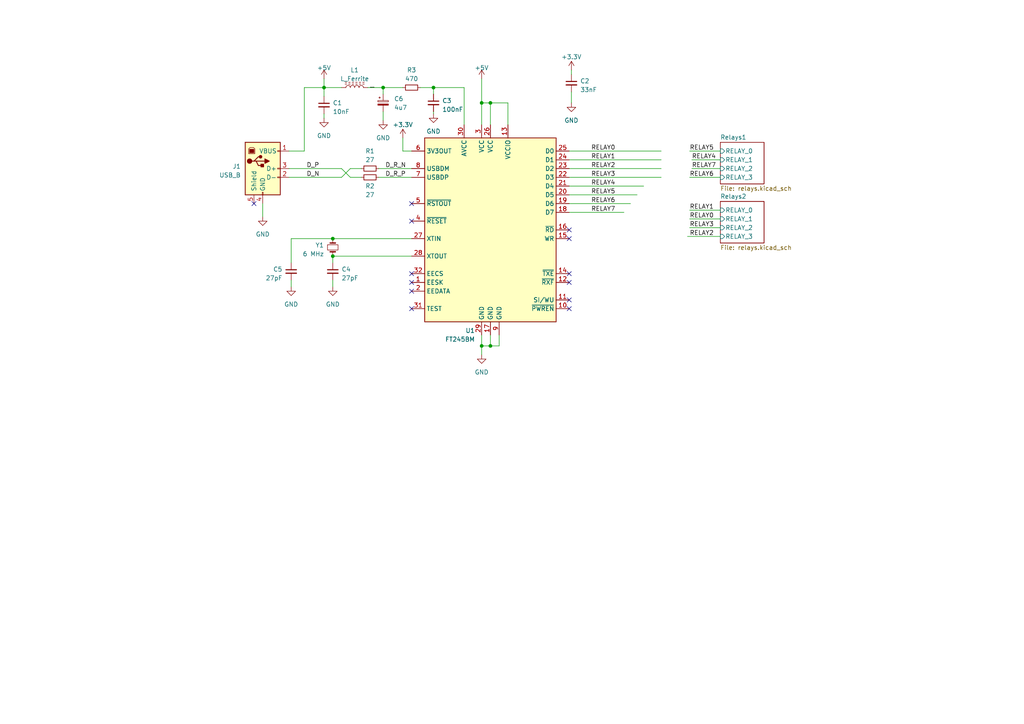
<source format=kicad_sch>
(kicad_sch (version 20230221) (generator eeschema)
  (paper "A4")
  (lib_symbols
    (symbol "Connector:USB_B" (pin_names (offset 1.016))
      (property "Reference" "J" (at -5.08 11.43 0))
      (property "Value" "USB_B" (at -5.08 8.89 0))
      (symbol "USB_B_0_1"
        (rectangle (start -5.08 -7.62) (end 5.08 7.62) (stroke (width 0.254)) (fill (type background)))
        (circle (center -3.81 2.159) (radius 0.635) (stroke (width 0.254)) (fill (type outline)))
        (rectangle (start -3.81 5.588) (end -2.54 4.572) (fill (type outline)))
        (circle (center -0.635 3.429) (radius 0.381) (stroke (width 0.254)) (fill (type outline)))
        (rectangle (start -0.127 -7.62) (end 0.127 -6.858))
        (polyline (pts (xy -1.905 2.159) (xy 0.635 2.159)) (stroke (width 0.254)))
        (polyline (pts (xy -3.175 2.159) (xy -2.54 2.159) (xy -1.27 3.429) (xy -0.635 3.429)) (stroke (width 0.254)))
        (polyline (pts (xy -2.54 2.159) (xy -1.905 2.159) (xy -1.27 0.889) (xy 0 0.889)) (stroke (width 0.254)))
        (polyline (pts (xy 0.635 2.794) (xy 0.635 1.524) (xy 1.905 2.159) (xy 0.635 2.794)) (stroke (width 0.254)) (fill (type outline)))
        (polyline (pts (xy -4.064 4.318) (xy -2.286 4.318) (xy -2.286 5.715) (xy -2.667 6.096) (xy -3.683 6.096) (xy -4.064 5.715) (xy -4.064 4.318)))
        (rectangle (start 0.254 1.27) (end -0.508 0.508) (stroke (width 0.254)) (fill (type outline)))
        (rectangle (start 5.08 -2.667) (end 4.318 -2.413))
        (rectangle (start 5.08 -0.127) (end 4.318 0.127))
        (rectangle (start 5.08 4.953) (end 4.318 5.207))
      )
      (symbol "USB_B_1_1"
        (pin power_out line (at 7.62 5.08 180) (length 2.54) (name "VBUS") (number "1"))
        (pin bidirectional line (at 7.62 -2.54 180) (length 2.54) (name "D-") (number "2"))
        (pin bidirectional line (at 7.62 0 180) (length 2.54) (name "D+") (number "3"))
        (pin power_out line (at 0 -10.16 90) (length 2.54) (name "GND") (number "4"))
        (pin passive line (at -2.54 -10.16 90) (length 2.54) (name "Shield") (number "5"))
      )
    )
    (symbol "Device:C_Polarized_Small" (pin_numbers hide) (pin_names (offset 0.254) hide)
      (property "Reference" "C" (at 0.254 1.778 0))
      (property "Value" "C_Polarized_Small" (at 0.254 -2.032 0))
      (symbol "C_Polarized_Small_0_1"
        (rectangle (start -1.524 -0.3048) (end 1.524 -0.6858) (fill (type outline)))
        (rectangle (start -1.524 0.6858) (end 1.524 0.3048))
        (polyline (pts (xy -1.27 1.524) (xy -0.762 1.524)))
        (polyline (pts (xy -1.016 1.27) (xy -1.016 1.778)))
      )
      (symbol "C_Polarized_Small_1_1"
        (pin passive line (at 0 2.54 270) (length 1.8542) (name "~") (number "1"))
        (pin passive line (at 0 -2.54 90) (length 1.8542) (name "~") (number "2"))
      )
    )
    (symbol "Device:C_Small" (pin_numbers hide) (pin_names (offset 0.254) hide)
      (property "Reference" "C" (at 0.254 1.778 0))
      (property "Value" "C_Small" (at 0.254 -2.032 0))
      (symbol "C_Small_0_1"
        (polyline (pts (xy -1.524 -0.508) (xy 1.524 -0.508)) (stroke (width 0.3302)))
        (polyline (pts (xy -1.524 0.508) (xy 1.524 0.508)) (stroke (width 0.3048)))
      )
      (symbol "C_Small_1_1"
        (pin passive line (at 0 2.54 270) (length 2.032) (name "~") (number "1"))
        (pin passive line (at 0 -2.54 90) (length 2.032) (name "~") (number "2"))
      )
    )
    (symbol "Device:Crystal_Small" (pin_numbers hide) (pin_names (offset 1.016) hide)
      (property "Reference" "Y" (at 0 2.54 0))
      (property "Value" "Crystal_Small" (at 0 -2.54 0))
      (symbol "Crystal_Small_0_1"
        (rectangle (start -0.762 -1.524) (end 0.762 1.524))
        (polyline (pts (xy -1.27 -0.762) (xy -1.27 0.762)) (stroke (width 0.381)))
        (polyline (pts (xy 1.27 -0.762) (xy 1.27 0.762)) (stroke (width 0.381)))
      )
      (symbol "Crystal_Small_1_1"
        (pin passive line (at -2.54 0 0) (length 1.27) (name "1") (number "1"))
        (pin passive line (at 2.54 0 180) (length 1.27) (name "2") (number "2"))
      )
    )
    (symbol "Device:L_Ferrite" (pin_numbers hide) (pin_names (offset 1.016) hide)
      (property "Reference" "L" (at -1.27 0 90))
      (property "Value" "L_Ferrite" (at 2.794 0 90))
      (symbol "L_Ferrite_0_1"
        (arc (start 0 -2.54) (mid 0.6323 -1.905) (end 0 -1.27))
        (arc (start 0 -1.27) (mid 0.6323 -0.635) (end 0 0))
        (polyline (pts (xy 1.016 -2.794) (xy 1.016 -2.286)))
        (polyline (pts (xy 1.016 -1.778) (xy 1.016 -1.27)))
        (polyline (pts (xy 1.016 -0.762) (xy 1.016 -0.254)))
        (polyline (pts (xy 1.016 0.254) (xy 1.016 0.762)))
        (polyline (pts (xy 1.016 1.27) (xy 1.016 1.778)))
        (polyline (pts (xy 1.016 2.286) (xy 1.016 2.794)))
        (polyline (pts (xy 1.524 -2.286) (xy 1.524 -2.794)))
        (polyline (pts (xy 1.524 -1.27) (xy 1.524 -1.778)))
        (polyline (pts (xy 1.524 -0.254) (xy 1.524 -0.762)))
        (polyline (pts (xy 1.524 0.762) (xy 1.524 0.254)))
        (polyline (pts (xy 1.524 1.778) (xy 1.524 1.27)))
        (polyline (pts (xy 1.524 2.794) (xy 1.524 2.286)))
        (arc (start 0 0) (mid 0.6323 0.635) (end 0 1.27))
        (arc (start 0 1.27) (mid 0.6323 1.905) (end 0 2.54))
      )
      (symbol "L_Ferrite_1_1"
        (pin passive line (at 0 3.81 270) (length 1.27) (name "1") (number "1"))
        (pin passive line (at 0 -3.81 90) (length 1.27) (name "2") (number "2"))
      )
    )
    (symbol "Device:R_Small" (pin_numbers hide) (pin_names (offset 0.254) hide)
      (property "Reference" "R" (at 0.762 0.508 0))
      (property "Value" "R_Small" (at 0.762 -1.016 0))
      (symbol "R_Small_0_1"
        (rectangle (start -0.762 1.778) (end 0.762 -1.778) (stroke (width 0.2032)))
      )
      (symbol "R_Small_1_1"
        (pin passive line (at 0 2.54 270) (length 0.762) (name "~") (number "1"))
        (pin passive line (at 0 -2.54 90) (length 0.762) (name "~") (number "2"))
      )
    )
    (symbol "Interface_USB:FT245BM"
      (property "Reference" "U" (at -19.05 27.94 0))
      (property "Value" "FT245BM" (at 11.43 27.94 0))
      (symbol "FT245BM_0_1"
        (rectangle (start -19.05 26.67) (end 19.05 -26.67) (stroke (width 0.254)) (fill (type background)))
      )
      (symbol "FT245BM_1_1"
        (pin output line (at 22.86 -15.24 180) (length 3.81) (name "EESK") (number "1"))
        (pin output line (at -22.86 -22.86 0) (length 3.81) (name "~{PWREN}") (number "10"))
        (pin input line (at -22.86 -20.32 0) (length 3.81) (name "SI/WU") (number "11"))
        (pin output line (at -22.86 -15.24 0) (length 3.81) (name "~{RXF}") (number "12"))
        (pin power_in line (at -5.08 30.48 270) (length 3.81) (name "VCCIO") (number "13"))
        (pin output line (at -22.86 -12.7 0) (length 3.81) (name "~{TXE}") (number "14"))
        (pin input line (at -22.86 -2.54 0) (length 3.81) (name "WR") (number "15"))
        (pin input line (at -22.86 0 0) (length 3.81) (name "~{RD}") (number "16"))
        (pin power_in line (at 0 -30.48 90) (length 3.81) (name "GND") (number "17"))
        (pin bidirectional line (at -22.86 5.08 0) (length 3.81) (name "D7") (number "18"))
        (pin bidirectional line (at -22.86 7.62 0) (length 3.81) (name "D6") (number "19"))
        (pin bidirectional line (at 22.86 -17.78 180) (length 3.81) (name "EEDATA") (number "2"))
        (pin bidirectional line (at -22.86 10.16 0) (length 3.81) (name "D5") (number "20"))
        (pin bidirectional line (at -22.86 12.7 0) (length 3.81) (name "D4") (number "21"))
        (pin bidirectional line (at -22.86 15.24 0) (length 3.81) (name "D3") (number "22"))
        (pin bidirectional line (at -22.86 17.78 0) (length 3.81) (name "D2") (number "23"))
        (pin bidirectional line (at -22.86 20.32 0) (length 3.81) (name "D1") (number "24"))
        (pin bidirectional line (at -22.86 22.86 0) (length 3.81) (name "D0") (number "25"))
        (pin power_in line (at 0 30.48 270) (length 3.81) (name "VCC") (number "26"))
        (pin input line (at 22.86 -2.54 180) (length 3.81) (name "XTIN") (number "27"))
        (pin output line (at 22.86 -7.62 180) (length 3.81) (name "XTOUT") (number "28"))
        (pin power_in line (at 2.54 -30.48 90) (length 3.81) (name "GND") (number "29"))
        (pin power_in line (at 2.54 30.48 270) (length 3.81) (name "VCC") (number "3"))
        (pin power_in line (at 7.62 30.48 270) (length 3.81) (name "AVCC") (number "30"))
        (pin input line (at 22.86 -22.86 180) (length 3.81) (name "TEST") (number "31"))
        (pin bidirectional line (at 22.86 -12.7 180) (length 3.81) (name "EECS") (number "32"))
        (pin input line (at 22.86 2.54 180) (length 3.81) (name "~{RESET}") (number "4"))
        (pin output line (at 22.86 7.62 180) (length 3.81) (name "~{RSTOUT}") (number "5"))
        (pin power_out line (at 22.86 22.86 180) (length 3.81) (name "3V3OUT") (number "6"))
        (pin bidirectional line (at 22.86 15.24 180) (length 3.81) (name "USBDP") (number "7"))
        (pin bidirectional line (at 22.86 17.78 180) (length 3.81) (name "USBDM") (number "8"))
        (pin power_in line (at -2.54 -30.48 90) (length 3.81) (name "GND") (number "9"))
      )
    )
    (symbol "power:+3.3V" (power) (pin_names (offset 0))
      (property "Value" "+3.3V" (at 0 3.556 0))
      (symbol "+3.3V_0_1"
        (polyline (pts (xy -0.762 1.27) (xy 0 2.54)))
        (polyline (pts (xy 0 0) (xy 0 2.54)))
        (polyline (pts (xy 0 2.54) (xy 0.762 1.27)))
      )
      (symbol "+3.3V_1_1"
        (pin power_in line (at 0 0 90) (length 0) hide (name "+3.3V") (number "1"))
      )
    )
    (symbol "power:+5V" (power) (pin_names (offset 0))
      (property "Value" "+5V" (at 0 3.556 0))
      (symbol "+5V_0_1"
        (polyline (pts (xy -0.762 1.27) (xy 0 2.54)))
        (polyline (pts (xy 0 0) (xy 0 2.54)))
        (polyline (pts (xy 0 2.54) (xy 0.762 1.27)))
      )
      (symbol "+5V_1_1"
        (pin power_in line (at 0 0 90) (length 0) hide (name "+5V") (number "1"))
      )
    )
    (symbol "power:GND" (power) (pin_names (offset 0))
      (property "Value" "GND" (at 0 -3.81 0))
      (symbol "GND_0_1"
        (polyline (pts (xy 0 0) (xy 0 -1.27) (xy 1.27 -1.27) (xy 0 -2.54) (xy -1.27 -1.27) (xy 0 -1.27)))
      )
      (symbol "GND_1_1"
        (pin power_in line (at 0 0 270) (length 0) hide (name "GND") (number "1"))
      )
    )
  )
  (junction (at 139.7 29.845))
  (junction (at 142.24 100.33))
  (junction (at 96.52 69.215))
  (junction (at 111.125 25.4))
  (junction (at 96.52 74.295))
  (junction (at 125.73 25.4))
  (junction (at 139.7 100.33))
  (junction (at 93.98 25.4))
  (junction (at 142.24 29.845))
  (no_connect (at 119.38 64.135))
  (no_connect (at 165.1 81.915))
  (no_connect (at 119.38 81.915))
  (no_connect (at 119.38 84.455))
  (no_connect (at 165.1 66.675))
  (no_connect (at 165.1 89.535))
  (no_connect (at 119.38 59.055))
  (no_connect (at 73.66 59.055))
  (no_connect (at 165.1 86.995))
  (no_connect (at 119.38 89.535))
  (no_connect (at 119.38 79.375))
  (no_connect (at 165.1 79.375))
  (no_connect (at 165.1 69.215))
  (wire (pts (xy 93.98 33.02) (xy 93.98 34.29)))
  (wire (pts (xy 200.66 48.895) (xy 208.915 48.895)))
  (wire (pts (xy 96.52 81.28) (xy 96.52 83.185)))
  (wire (pts (xy 142.24 36.195) (xy 142.24 29.845)))
  (wire (pts (xy 180.975 61.595) (xy 165.1 61.595)))
  (wire (pts (xy 139.7 29.845) (xy 142.24 29.845)))
  (wire (pts (xy 116.84 43.815) (xy 116.84 40.005)))
  (wire (pts (xy 200.025 63.5) (xy 208.915 63.5)))
  (wire (pts (xy 142.24 29.845) (xy 147.32 29.845)))
  (wire (pts (xy 165.1 48.895) (xy 191.77 48.895)))
  (wire (pts (xy 147.32 36.195) (xy 147.32 29.845)))
  (wire (pts (xy 125.73 32.385) (xy 125.73 33.02)))
  (wire (pts (xy 200.025 66.04) (xy 208.915 66.04)))
  (wire (pts (xy 165.1 51.435) (xy 191.77 51.435)))
  (wire (pts (xy 116.84 25.4) (xy 111.125 25.4)))
  (wire (pts (xy 83.82 43.815) (xy 88.265 43.815)))
  (wire (pts (xy 165.1 43.815) (xy 191.77 43.815)))
  (wire (pts (xy 144.78 97.155) (xy 144.78 100.33)))
  (wire (pts (xy 142.24 97.155) (xy 142.24 100.33)))
  (wire (pts (xy 96.52 69.215) (xy 84.455 69.215)))
  (wire (pts (xy 119.38 51.435) (xy 109.855 51.435)))
  (wire (pts (xy 199.39 68.58) (xy 208.915 68.58)))
  (wire (pts (xy 101.6 48.895) (xy 99.06 51.435)))
  (wire (pts (xy 200.025 51.435) (xy 208.915 51.435)))
  (wire (pts (xy 84.455 81.28) (xy 84.455 83.185)))
  (wire (pts (xy 200.025 60.96) (xy 208.915 60.96)))
  (wire (pts (xy 134.62 36.195) (xy 134.62 25.4)))
  (wire (pts (xy 139.7 97.155) (xy 139.7 100.33)))
  (wire (pts (xy 125.73 25.4) (xy 121.92 25.4)))
  (wire (pts (xy 125.73 25.4) (xy 125.73 27.305)))
  (wire (pts (xy 142.24 100.33) (xy 144.78 100.33)))
  (wire (pts (xy 139.7 29.845) (xy 139.7 36.195)))
  (wire (pts (xy 93.98 25.4) (xy 93.98 27.94)))
  (wire (pts (xy 139.7 22.86) (xy 139.7 29.845)))
  (wire (pts (xy 93.98 25.4) (xy 99.06 25.4)))
  (wire (pts (xy 119.38 48.895) (xy 109.855 48.895)))
  (wire (pts (xy 76.2 62.865) (xy 76.2 59.055)))
  (wire (pts (xy 139.7 100.33) (xy 139.7 102.87)))
  (wire (pts (xy 184.785 56.515) (xy 165.1 56.515)))
  (wire (pts (xy 104.775 48.895) (xy 101.6 48.895)))
  (wire (pts (xy 84.455 69.215) (xy 84.455 76.2)))
  (wire (pts (xy 88.265 25.4) (xy 93.98 25.4)))
  (wire (pts (xy 111.125 25.4) (xy 106.68 25.4)))
  (wire (pts (xy 96.52 74.295) (xy 96.52 76.2)))
  (wire (pts (xy 111.125 32.385) (xy 111.125 34.925)))
  (wire (pts (xy 200.66 46.355) (xy 208.915 46.355)))
  (wire (pts (xy 134.62 25.4) (xy 125.73 25.4)))
  (wire (pts (xy 119.38 69.215) (xy 96.52 69.215)))
  (wire (pts (xy 93.98 22.86) (xy 93.98 25.4)))
  (wire (pts (xy 101.6 51.435) (xy 104.775 51.435)))
  (wire (pts (xy 111.125 25.4) (xy 111.125 27.305)))
  (wire (pts (xy 139.7 100.33) (xy 142.24 100.33)))
  (wire (pts (xy 83.82 48.895) (xy 99.06 48.895)))
  (wire (pts (xy 119.38 43.815) (xy 116.84 43.815)))
  (wire (pts (xy 99.06 51.435) (xy 83.82 51.435)))
  (wire (pts (xy 165.735 20.32) (xy 165.735 21.59)))
  (wire (pts (xy 200.025 43.815) (xy 208.915 43.815)))
  (wire (pts (xy 99.06 48.895) (xy 101.6 51.435)))
  (wire (pts (xy 165.1 59.055) (xy 182.88 59.055)))
  (wire (pts (xy 96.52 74.295) (xy 119.38 74.295)))
  (wire (pts (xy 165.1 53.975) (xy 186.69 53.975)))
  (wire (pts (xy 165.1 46.355) (xy 191.77 46.355)))
  (wire (pts (xy 165.735 26.67) (xy 165.735 29.845)))
  (wire (pts (xy 88.265 43.815) (xy 88.265 25.4)))
  (label "VBUS_FILTERED" (at 107.315 25.4 0) (effects (font (size 0.1 0.1))))
  (label "RELAY7" (at 171.45 61.595 0))
  (label "RELAY4" (at 171.45 53.975 0))
  (label "RELAY6" (at 171.45 59.055 0))
  (label "RELAY4" (at 200.66 46.355 0))
  (label "RELAY3" (at 171.45 51.435 0))
  (label "D_P" (at 88.9 48.895 0))
  (label "D_R_N" (at 111.76 48.895 0))
  (label "RELAY0" (at 200.025 63.5 0))
  (label "RELAY5" (at 200.025 43.815 0))
  (label "RELAY2" (at 200.025 68.58 0))
  (label "RELAY5" (at 171.45 56.515 0))
  (label "D_N" (at 88.9 51.435 0))
  (label "RELAY7" (at 200.66 48.895 0))
  (label "RELAY2" (at 171.45 48.895 0))
  (label "RELAY1" (at 200.025 60.96 0))
  (label "RELAY6" (at 200.025 51.435 0))
  (label "D_R_P" (at 111.76 51.435 0))
  (label "RELAY1" (at 171.45 46.355 0))
  (label "RELAY3" (at 200.025 66.04 0))
  (label "RELAY0" (at 171.45 43.815 0))
  (symbol (lib_id "Device:C_Polarized_Small") (at 111.125 29.845 0) (unit 1)
    (property "Reference" "C6" (at 114.3 28.6639 0) (effects (justify left)))
    (property "Value" "4u7" (at 114.3 31.2039 0) (effects (justify left)))
    (property "Footprint" "Capacitor_SMD:C_0603_1608Metric" (effects hide))
  )
  (symbol (lib_id "Interface_USB:FT245BM") (at 142.24 66.675 0) (mirror y) (unit 1)
    (property "Reference" "U1" (at 137.7441 95.885 0) (effects (justify left)))
    (property "Value" "FT245BM" (at 137.7441 98.425 0) (effects (justify left)))
    (property "Footprint" "Package_QFP:LQFP-32_7x7mm_P0.8mm" (effects hide))
    (property "Datasheet" "https://www.ftdichip.com/Support/Documents/DataSheets/ICs/DS_FT245BM.pdf" (effects hide))
  )
  (symbol (lib_id "Device:C_Small") (at 84.455 78.74 0) (mirror y) (unit 1)
    (property "Reference" "C5" (at 81.915 78.1113 0) (effects (justify left)))
    (property "Value" "27pF" (at 81.915 80.6513 0) (effects (justify left)))
    (property "Footprint" "Capacitor_SMD:C_0603_1608Metric" (effects hide))
  )
  (symbol (lib_id "power:GND") (at 139.7 102.87 0) (unit 1)
    (property "Reference" "#PWR011" (effects hide))
    (property "Value" "GND" (at 139.7 107.95 0))
  )
  (symbol (lib_id "Device:L_Ferrite") (at 102.87 25.4 270) (mirror x) (unit 1)
    (property "Reference" "L1" (at 102.87 20.32 90))
    (property "Value" "L_Ferrite" (at 102.87 22.86 90))
    (property "Footprint" "Inductor_SMD:L_0603_1608Metric" (effects hide))
  )
  (symbol (lib_id "power:GND") (at 93.98 34.29 0) (unit 1)
    (property "Reference" "#PWR02" (effects hide))
    (property "Value" "GND" (at 93.98 39.37 0))
  )
  (symbol (lib_id "power:+5V") (at 93.98 22.86 0) (unit 1)
    (property "Reference" "#PWR07" (effects hide))
    (property "Value" "+5V" (at 93.98 19.685 0))
  )
  (symbol (lib_id "power:GND") (at 96.52 83.185 0) (unit 1)
    (property "Reference" "#PWR09" (effects hide))
    (property "Value" "GND" (at 96.52 88.265 0))
  )
  (symbol (lib_id "power:GND") (at 84.455 83.185 0) (unit 1)
    (property "Reference" "#PWR010" (effects hide))
    (property "Value" "GND" (at 84.455 88.265 0))
  )
  (symbol (lib_id "Device:R_Small") (at 107.315 51.435 270) (mirror x) (unit 1)
    (property "Reference" "R2" (at 107.315 53.975 90))
    (property "Value" "27" (at 107.315 56.515 90))
    (property "Footprint" "Resistor_SMD:R_0603_1608Metric" (effects hide))
  )
  (symbol (lib_id "power:GND") (at 165.735 29.845 0) (unit 1)
    (property "Reference" "#PWR05" (effects hide))
    (property "Value" "GND" (at 165.735 34.925 0))
  )
  (symbol (lib_id "Device:C_Small") (at 93.98 30.48 0) (unit 1)
    (property "Reference" "C1" (at 96.52 29.8513 0) (effects (justify left)))
    (property "Value" "10nF" (at 96.52 32.3913 0) (effects (justify left)))
    (property "Footprint" "Capacitor_SMD:C_0603_1608Metric" (effects hide))
  )
  (symbol (lib_id "Connector:USB_B") (at 76.2 48.895 0) (unit 1)
    (property "Reference" "J1" (at 69.85 48.26 0) (effects (justify right)))
    (property "Value" "USB_B" (at 69.85 50.8 0) (effects (justify right)))
    (property "Footprint" "Connector_USB:USB_B_OST_USB-B1HSxx_Horizontal" (effects hide))
    (property "Datasheet" " ~" (effects hide))
  )
  (symbol (lib_id "power:+3.3V") (at 165.735 20.32 0) (unit 1)
    (property "Reference" "#PWR04" (effects hide))
    (property "Value" "+3.3V" (at 165.735 16.51 0))
  )
  (symbol (lib_id "Device:C_Small") (at 165.735 24.13 0) (unit 1)
    (property "Reference" "C2" (at 168.275 23.5013 0) (effects (justify left)))
    (property "Value" "33nF" (at 168.275 26.0413 0) (effects (justify left)))
    (property "Footprint" "Capacitor_SMD:C_0603_1608Metric" (effects hide))
  )
  (symbol (lib_id "power:+5V") (at 139.7 22.86 0) (unit 1)
    (property "Reference" "#PWR08" (effects hide))
    (property "Value" "+5V" (at 139.7 19.685 0))
  )
  (symbol (lib_id "Device:C_Small") (at 125.73 29.845 0) (unit 1)
    (property "Reference" "C3" (at 128.27 29.2163 0) (effects (justify left)))
    (property "Value" "100nF" (at 128.27 31.7563 0) (effects (justify left)))
    (property "Footprint" "Capacitor_SMD:C_0603_1608Metric" (effects hide))
  )
  (symbol (lib_id "Device:R_Small") (at 107.315 48.895 270) (mirror x) (unit 1)
    (property "Reference" "R1" (at 107.315 43.815 90))
    (property "Value" "27" (at 107.315 46.355 90))
    (property "Footprint" "Resistor_SMD:R_0603_1608Metric" (effects hide))
  )
  (symbol (lib_id "power:GND") (at 76.2 62.865 0) (unit 1)
    (property "Reference" "#PWR01" (effects hide))
    (property "Value" "GND" (at 76.2 67.945 0))
  )
  (symbol (lib_id "power:GND") (at 111.125 34.925 0) (unit 1)
    (property "Reference" "#PWR031" (effects hide))
    (property "Value" "GND" (at 111.125 40.005 0))
  )
  (symbol (lib_id "Device:Crystal_Small") (at 96.52 71.755 270) (mirror x) (unit 1)
    (property "Reference" "Y1" (at 93.98 71.12 90) (effects (justify right)))
    (property "Value" "6 MHz" (at 93.98 73.66 90) (effects (justify right)))
    (property "Footprint" "Crystal:Crystal_HC49-4H_Vertical" (effects hide))
  )
  (symbol (lib_id "power:GND") (at 125.73 33.02 0) (unit 1)
    (property "Reference" "#PWR06" (effects hide))
    (property "Value" "GND" (at 125.73 38.1 0))
  )
  (symbol (lib_id "power:+3.3V") (at 116.84 40.005 0) (unit 1)
    (property "Reference" "#PWR03" (effects hide))
    (property "Value" "+3.3V" (at 116.84 36.195 0))
  )
  (symbol (lib_id "Device:R_Small") (at 119.38 25.4 270) (mirror x) (unit 1)
    (property "Reference" "R3" (at 119.38 20.32 90))
    (property "Value" "470" (at 119.38 22.86 90))
    (property "Footprint" "Resistor_SMD:R_0603_1608Metric" (effects hide))
  )
  (symbol (lib_id "Device:C_Small") (at 96.52 78.74 0) (unit 1)
    (property "Reference" "C4" (at 99.06 78.1113 0) (effects (justify left)))
    (property "Value" "27pF" (at 99.06 80.6513 0) (effects (justify left)))
    (property "Footprint" "Capacitor_SMD:C_0603_1608Metric" (effects hide))
  )
  (sheet (at 208.915 41.275) (size 12.7 12.065) (stroke (width 0.1524))
    (property "Sheetname" "Relays1" (at 208.915 40.5634 0) (effects (justify left bottom)))
    (property "Sheetfile" "relays.kicad_sch" (at 208.915 53.9246 0) (effects (justify left top)))
    (pin "RELAY_0" input (at 208.915 43.815 180))
    (pin "RELAY_1" input (at 208.915 46.355 180))
    (pin "RELAY_2" input (at 208.915 48.895 180))
    (pin "RELAY_3" input (at 208.915 51.435 180))
  )
  (sheet (at 208.915 58.42) (size 12.7 12.065) (stroke (width 0.1524))
    (property "Sheetname" "Relays2" (at 208.915 57.7084 0) (effects (justify left bottom)))
    (property "Sheetfile" "relays.kicad_sch" (at 208.915 71.0696 0) (effects (justify left top)))
    (pin "RELAY_0" input (at 208.915 60.96 180))
    (pin "RELAY_1" input (at 208.915 63.5 180))
    (pin "RELAY_2" input (at 208.915 66.04 180))
    (pin "RELAY_3" input (at 208.915 68.58 180))
  )
)
</source>
